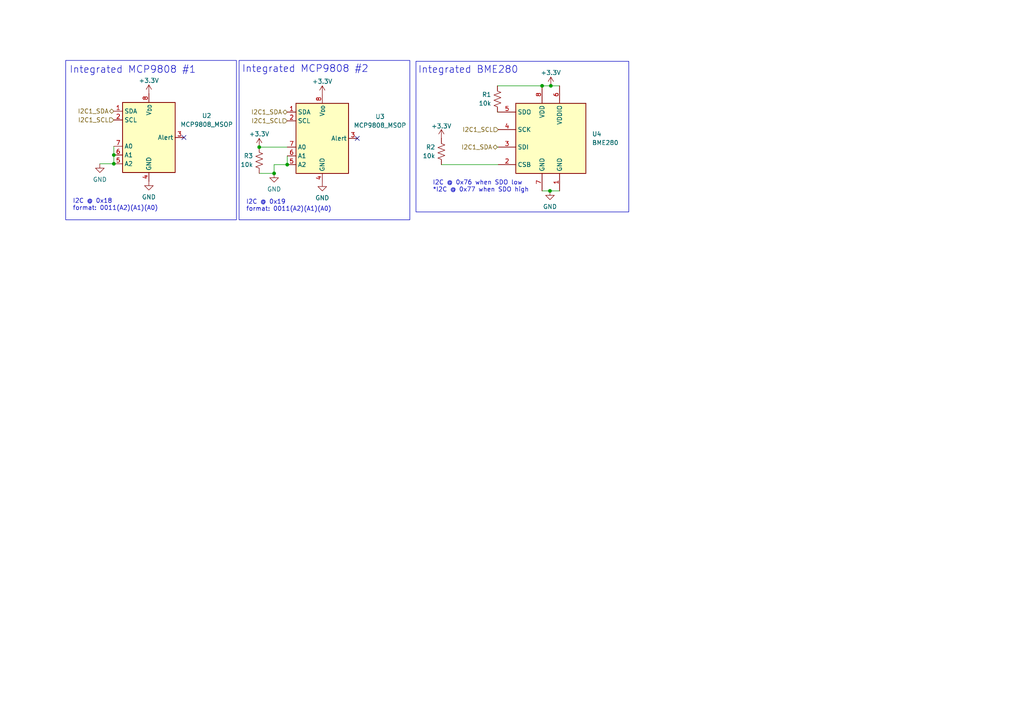
<source format=kicad_sch>
(kicad_sch (version 20231120) (generator "eeschema") (generator_version "8.0")
  (paper "A4")
  (lib_symbols
    (symbol "Device:R_US" (pin_numbers hide) (pin_names (offset 0))
      (property "Reference" "R" (at 2.54 0 90))
      (property "Value" "R_US" (at -2.54 0 90))
      (symbol "R_US_0_1"
        (polyline (pts (xy 0 -2.286) (xy 0 -2.54)))
        (polyline (pts (xy 0 2.286) (xy 0 2.54)))
        (polyline (pts (xy 0 -0.762) (xy 1.016 -1.143) (xy 0 -1.524) (xy -1.016 -1.905) (xy 0 -2.286)))
        (polyline (pts (xy 0 0.762) (xy 1.016 0.381) (xy 0 0) (xy -1.016 -0.381) (xy 0 -0.762)))
        (polyline (pts (xy 0 2.286) (xy 1.016 1.905) (xy 0 1.524) (xy -1.016 1.143) (xy 0 0.762)))
      )
      (symbol "R_US_1_1"
        (pin passive line (at 0 3.81 270) (length 1.27) (name "~") (number "1"))
        (pin passive line (at 0 -3.81 90) (length 1.27) (name "~") (number "2"))
      )
    )
    (symbol "Sensor:BME280"
      (property "Reference" "U" (at -8.89 11.43 0))
      (property "Value" "BME280" (at 7.62 11.43 0))
      (symbol "BME280_0_1"
        (rectangle (start -10.16 10.16) (end 10.16 -10.16) (stroke (width 0.254)) (fill (type background)))
      )
      (symbol "BME280_1_1"
        (pin power_in line (at -2.54 -15.24 90) (length 5.08) (name "GND") (number "1"))
        (pin input line (at 15.24 -7.62 180) (length 5.08) (name "CSB") (number "2"))
        (pin bidirectional line (at 15.24 -2.54 180) (length 5.08) (name "SDI") (number "3"))
        (pin input line (at 15.24 2.54 180) (length 5.08) (name "SCK") (number "4"))
        (pin bidirectional line (at 15.24 7.62 180) (length 5.08) (name "SDO") (number "5"))
        (pin power_in line (at -2.54 15.24 270) (length 5.08) (name "VDDIO") (number "6"))
        (pin power_in line (at 2.54 -15.24 90) (length 5.08) (name "GND") (number "7"))
        (pin power_in line (at 2.54 15.24 270) (length 5.08) (name "VDD") (number "8"))
      )
    )
    (symbol "Sensor_Temperature:MCP9808_MSOP"
      (property "Reference" "U" (at -6.35 11.43 0))
      (property "Value" "MCP9808_MSOP" (at 10.16 11.43 0))
      (symbol "MCP9808_MSOP_0_1"
        (rectangle (start -7.62 10.16) (end 7.62 -10.16) (stroke (width 0.254)) (fill (type background)))
      )
      (symbol "MCP9808_MSOP_1_1"
        (pin bidirectional line (at -10.16 7.62 0) (length 2.54) (name "SDA") (number "1"))
        (pin input line (at -10.16 5.08 0) (length 2.54) (name "SCL") (number "2"))
        (pin output line (at 10.16 0 180) (length 2.54) (name "Alert") (number "3"))
        (pin power_in line (at 0 -12.7 90) (length 2.54) (name "GND") (number "4"))
        (pin input line (at -10.16 -7.62 0) (length 2.54) (name "A2") (number "5"))
        (pin input line (at -10.16 -5.08 0) (length 2.54) (name "A1") (number "6"))
        (pin input line (at -10.16 -2.54 0) (length 2.54) (name "A0") (number "7"))
        (pin power_in line (at 0 12.7 270) (length 2.54) (name "V_{DD}") (number "8"))
      )
    )
    (symbol "power:+3.3V" (power) (pin_numbers hide) (pin_names (offset 0) hide)
      (property "Value" "+3.3V" (at 0 3.556 0))
      (symbol "+3.3V_0_1"
        (polyline (pts (xy -0.762 1.27) (xy 0 2.54)))
        (polyline (pts (xy 0 0) (xy 0 2.54)))
        (polyline (pts (xy 0 2.54) (xy 0.762 1.27)))
      )
      (symbol "+3.3V_1_1"
        (pin power_in line (at 0 0 90) (length 0) (name "~") (number "1"))
      )
    )
    (symbol "power:GND" (power) (pin_numbers hide) (pin_names (offset 0) hide)
      (property "Value" "GND" (at 0 -3.81 0))
      (symbol "GND_0_1"
        (polyline (pts (xy 0 0) (xy 0 -1.27) (xy 1.27 -1.27) (xy 0 -2.54) (xy -1.27 -1.27) (xy 0 -1.27)))
      )
      (symbol "GND_1_1"
        (pin power_in line (at 0 0 270) (length 0) (name "~") (number "1"))
      )
    )
  )
  (junction (at 75.184 42.672))
  (junction (at 83.312 47.752))
  (junction (at 33.02 44.958))
  (junction (at 79.502 50.292))
  (junction (at 159.766 24.892))
  (junction (at 157.226 24.892))
  (junction (at 33.02 47.498))
  (junction (at 159.512 55.372))
  (no_connect (at 103.632 40.132))
  (no_connect (at 53.34 39.878))
  (wire (pts (xy 144.272 42.672) (xy 144.526 42.672)))
  (wire (pts (xy 75.184 50.292) (xy 79.502 50.292)))
  (wire (pts (xy 159.512 55.372) (xy 162.306 55.372)))
  (wire (pts (xy 144.272 32.512) (xy 144.526 32.512)))
  (wire (pts (xy 79.502 50.292) (xy 79.502 47.752)))
  (wire (pts (xy 159.766 24.892) (xy 162.306 24.892)))
  (wire (pts (xy 144.272 24.892) (xy 157.226 24.892)))
  (wire (pts (xy 79.502 47.752) (xy 83.312 47.752)))
  (wire (pts (xy 157.226 24.892) (xy 159.766 24.892)))
  (wire (pts (xy 33.02 44.958) (xy 33.02 47.498)))
  (wire (pts (xy 33.02 42.418) (xy 33.02 44.958)))
  (wire (pts (xy 28.956 47.498) (xy 33.02 47.498)))
  (wire (pts (xy 157.226 55.372) (xy 159.512 55.372)))
  (wire (pts (xy 144.526 47.752) (xy 128.016 47.752)))
  (wire (pts (xy 75.184 42.672) (xy 83.312 42.672)))
  (wire (pts (xy 83.312 45.212) (xy 83.312 47.752)))
  (rectangle (start 69.342 17.526) (end 118.872 63.754))
  (rectangle (start 120.65 17.78) (end 182.372 61.468))
  (rectangle (start 19.05 17.526) (end 68.58 63.754))
  (text "I2C @ 0x76 when SDO low\n*I2C @ 0x77 when SDO high" (at 125.476 54.102 0) (effects (font (size 1.27 1.27)) (justify left)))
  (text "Integrated MCP9808 #1" (at 56.896 20.32 0) (effects (font (size 2.032 2.032)) (justify right)))
  (text "I2C @ 0x18\nformat: 0011(A2)(A1)(A0)" (at 21.082 59.436 0) (effects (font (size 1.27 1.27)) (justify left)))
  (text "I2C @ 0x19\nformat: 0011(A2)(A1)(A0)" (at 71.374 59.69 0) (effects (font (size 1.27 1.27)) (justify left)))
  (text "Integrated MCP9808 #2" (at 106.934 20.066 0) (effects (font (size 2.032 2.032)) (justify right)))
  (text "Integrated BME280" (at 150.368 20.32 0) (effects (font (size 2.032 2.032)) (justify right)))
  (hierarchical_label "I2C1_SDA" (shape bidirectional) (at 33.02 32.258 180))
  (hierarchical_label "I2C1_SDA" (shape bidirectional) (at 83.312 32.512 180))
  (hierarchical_label "I2C1_SCL" (shape input) (at 144.526 37.592 180))
  (hierarchical_label "I2C1_SCL" (shape input) (at 33.02 34.798 180))
  (hierarchical_label "I2C1_SDA" (shape bidirectional) (at 144.272 42.672 180))
  (hierarchical_label "I2C1_SCL" (shape input) (at 83.312 35.052 180))
  (symbol (lib_id "power:GND") (at 93.472 52.832 0) (unit 1)
    (property "Reference" "#PWR021" (effects (hide yes)))
    (property "Value" "GND" (at 93.472 57.404 0))
    (property "Description" "Power symbol creates a global label with name \"GND\" , ground" (effects (hide yes)))
  )
  (symbol (lib_id "power:GND") (at 79.502 50.292 0) (unit 1)
    (property "Reference" "#PWR019" (effects (hide yes)))
    (property "Value" "GND" (at 79.502 54.864 0))
    (property "Description" "Power symbol creates a global label with name \"GND\" , ground" (effects (hide yes)))
  )
  (symbol (lib_id "Device:R_US") (at 128.016 43.942 0) (unit 1)
    (property "Reference" "R2" (at 126.238 42.6719 0) (effects (justify right)))
    (property "Value" "10k" (at 126.238 45.2119 0) (effects (justify right)))
    (property "Footprint" "Resistor_SMD:R_0805_2012Metric_Pad1.20x1.40mm_HandSolder" (effects (hide yes)))
    (property "Description" "Resistor, US symbol" (effects (hide yes)))
    (property "Supplier 1" "https://www.digikey.com/en/products/detail/panasonic-electronic-components/ERJ-6GEYJ103V/83062" (effects (hide yes)))
    (property "Supplier 1 S/N" "P10KACT-ND" (effects (hide yes)))
  )
  (symbol (lib_id "power:+3.3V") (at 43.18 27.178 0) (unit 1)
    (property "Reference" "#PWR012" (effects (hide yes)))
    (property "Value" "+3.3V" (at 43.18 23.368 0))
    (property "Description" "Power symbol creates a global label with name \"+3.3V\"" (effects (hide yes)))
  )
  (symbol (lib_id "power:GND") (at 28.956 47.498 0) (unit 1)
    (property "Reference" "#PWR018" (effects (hide yes)))
    (property "Value" "GND" (at 28.956 52.07 0))
    (property "Description" "Power symbol creates a global label with name \"GND\" , ground" (effects (hide yes)))
  )
  (symbol (lib_id "Device:R_US") (at 75.184 46.482 0) (unit 1)
    (property "Reference" "R3" (at 73.406 45.2119 0) (effects (justify right)))
    (property "Value" "10k" (at 73.406 47.7519 0) (effects (justify right)))
    (property "Footprint" "Resistor_SMD:R_0805_2012Metric_Pad1.20x1.40mm_HandSolder" (effects (hide yes)))
    (property "Description" "Resistor, US symbol" (effects (hide yes)))
    (property "Supplier 1" "https://www.digikey.com/en/products/detail/panasonic-electronic-components/ERJ-6GEYJ103V/83062" (effects (hide yes)))
    (property "Supplier 1 S/N" "P10KACT-ND" (effects (hide yes)))
  )
  (symbol (lib_id "Sensor_Temperature:MCP9808_MSOP") (at 43.18 39.878 0) (unit 1)
    (property "Reference" "U2" (at 59.944 33.5594 0))
    (property "Value" "MCP9808_MSOP" (at 59.944 36.0994 0))
    (property "Footprint" "Package_SO:MSOP-8_3x3mm_P0.65mm" (effects (hide yes)))
    (property "Datasheet" "http://ww1.microchip.com/downloads/en/DeviceDoc/22203b.pdf" (effects (hide yes)))
    (property "Description" "+/-0.25C (+/-0.5C) Typical (Maximum), Digital Temperature Sensor, MSOP-8" (effects (hide yes)))
    (property "Supplier 1" "https://www.digikey.com/en/products/detail/microchip-technology/MCP9808T-E-MS/2803667" (effects (hide yes)))
    (property "Supplier 1 S/N" "MCP9808T-E/MSCT-ND" (effects (hide yes)))
  )
  (symbol (lib_id "Sensor:BME280") (at 159.766 40.132 0) (mirror y) (unit 1)
    (property "Reference" "U4" (at 171.704 38.8619 0) (effects (justify right)))
    (property "Value" "BME280" (at 171.704 41.4019 0) (effects (justify right)))
    (property "Footprint" "ImportedV2:BME280" (effects (hide yes)))
    (property "Datasheet" "https://www.bosch-sensortec.com/media/boschsensortec/downloads/datasheets/bst-bme280-ds002.pdf" (effects (hide yes)))
    (property "Description" "3-in-1 sensor, humidity, pressure, temperature, I2C and SPI interface, 1.71-3.6V, LGA-8" (effects (hide yes)))
    (property "Supplier 1" "https://www.digikey.com/en/products/detail/bosch-sensortec/BME280/6136306" (effects (hide yes)))
    (property "Supplier 1 S/N" "828-1063-1-ND" (effects (hide yes)))
  )
  (symbol (lib_id "power:+3.3V") (at 75.184 42.672 0) (unit 1)
    (property "Reference" "#PWR017" (effects (hide yes)))
    (property "Value" "+3.3V" (at 75.184 38.862 0))
    (property "Description" "Power symbol creates a global label with name \"+3.3V\"" (effects (hide yes)))
  )
  (symbol (lib_id "power:GND") (at 159.512 55.372 0) (unit 1)
    (property "Reference" "#PWR022" (effects (hide yes)))
    (property "Value" "GND" (at 159.512 59.944 0))
    (property "Description" "Power symbol creates a global label with name \"GND\" , ground" (effects (hide yes)))
  )
  (symbol (lib_id "Sensor_Temperature:MCP9808_MSOP") (at 93.472 40.132 0) (unit 1)
    (property "Reference" "U3" (at 110.236 33.8134 0))
    (property "Value" "MCP9808_MSOP" (at 110.236 36.3534 0))
    (property "Footprint" "Package_SO:MSOP-8_3x3mm_P0.65mm" (effects (hide yes)))
    (property "Datasheet" "http://ww1.microchip.com/downloads/en/DeviceDoc/22203b.pdf" (effects (hide yes)))
    (property "Description" "+/-0.25C (+/-0.5C) Typical (Maximum), Digital Temperature Sensor, MSOP-8" (effects (hide yes)))
    (property "Supplier 1" "https://www.digikey.com/en/products/detail/microchip-technology/MCP9808T-E-MS/2803667" (effects (hide yes)))
    (property "Supplier 1 S/N" "MCP9808T-E/MSCT-ND" (effects (hide yes)))
  )
  (symbol (lib_id "power:+3.3V") (at 159.766 24.892 0) (unit 1)
    (property "Reference" "#PWR09" (effects (hide yes)))
    (property "Value" "+3.3V" (at 159.766 21.082 0))
    (property "Description" "Power symbol creates a global label with name \"+3.3V\"" (effects (hide yes)))
  )
  (symbol (lib_id "power:+3.3V") (at 128.016 40.132 0) (unit 1)
    (property "Reference" "#PWR014" (effects (hide yes)))
    (property "Value" "+3.3V" (at 128.016 36.576 0))
    (property "Description" "Power symbol creates a global label with name \"+3.3V\"" (effects (hide yes)))
  )
  (symbol (lib_id "Device:R_US") (at 144.272 28.702 0) (unit 1)
    (property "Reference" "R1" (at 142.494 27.4319 0) (effects (justify right)))
    (property "Value" "10k" (at 142.494 29.9719 0) (effects (justify right)))
    (property "Footprint" "Resistor_SMD:R_0805_2012Metric_Pad1.20x1.40mm_HandSolder" (effects (hide yes)))
    (property "Description" "Resistor, US symbol" (effects (hide yes)))
    (property "Supplier 1" "https://www.digikey.com/en/products/detail/panasonic-electronic-components/ERJ-6GEYJ103V/83062" (effects (hide yes)))
    (property "Supplier 1 S/N" "P10KACT-ND" (effects (hide yes)))
  )
  (symbol (lib_id "power:+3.3V") (at 93.472 27.432 0) (unit 1)
    (property "Reference" "#PWR013" (effects (hide yes)))
    (property "Value" "+3.3V" (at 93.472 23.622 0))
    (property "Description" "Power symbol creates a global label with name \"+3.3V\"" (effects (hide yes)))
  )
  (symbol (lib_id "power:GND") (at 43.18 52.578 0) (unit 1)
    (property "Reference" "#PWR020" (effects (hide yes)))
    (property "Value" "GND" (at 43.18 57.15 0))
    (property "Description" "Power symbol creates a global label with name \"GND\" , ground" (effects (hide yes)))
  )
)
</source>
